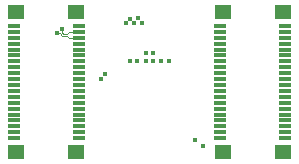
<source format=gbr>
G04 #@! TF.GenerationSoftware,KiCad,Pcbnew,5.0.2+dfsg1-1~bpo9+1*
G04 #@! TF.CreationDate,2019-10-17T14:06:53+02:00*
G04 #@! TF.ProjectId,zglue-dragon-adapter,7a676c75-652d-4647-9261-676f6e2d6164,rev?*
G04 #@! TF.SameCoordinates,Original*
G04 #@! TF.FileFunction,Copper,L8,Bot*
G04 #@! TF.FilePolarity,Positive*
%FSLAX46Y46*%
G04 Gerber Fmt 4.6, Leading zero omitted, Abs format (unit mm)*
G04 Created by KiCad (PCBNEW 5.0.2+dfsg1-1~bpo9+1) date Thu 17 Oct 2019 02:06:53 PM CEST*
%MOMM*%
%LPD*%
G01*
G04 APERTURE LIST*
G04 #@! TA.AperFunction,SMDPad,CuDef*
%ADD10R,1.320000X1.300000*%
G04 #@! TD*
G04 #@! TA.AperFunction,SMDPad,CuDef*
%ADD11R,1.100000X0.300000*%
G04 #@! TD*
G04 #@! TA.AperFunction,ViaPad*
%ADD12C,0.400000*%
G04 #@! TD*
G04 #@! TA.AperFunction,Conductor*
%ADD13C,0.100000*%
G04 #@! TD*
G04 APERTURE END LIST*
D10*
G04 #@! TO.P,J1,*
G04 #@! TO.N,*
X1197620Y-4050980D03*
X6318260Y-4050980D03*
X1197620Y-15953420D03*
X6318260Y-15958500D03*
D11*
G04 #@! TO.P,J1,21*
G04 #@! TO.N,/TDI*
X1007120Y-5252000D03*
G04 #@! TO.P,J1,22*
G04 #@! TO.N,/TDO*
X1007120Y-5752000D03*
G04 #@! TO.P,J1,23*
G04 #@! TO.N,/TMS*
X1007120Y-6252000D03*
G04 #@! TO.P,J1,24*
G04 #@! TO.N,/TCK*
X1007120Y-6752000D03*
G04 #@! TO.P,J1,25*
G04 #@! TO.N,/DBG_TX*
X1007120Y-7252000D03*
G04 #@! TO.P,J1,26*
G04 #@! TO.N,/DBG_RX*
X1007120Y-7752000D03*
G04 #@! TO.P,J1,27*
G04 #@! TO.N,GND*
X1007120Y-8252000D03*
G04 #@! TO.P,J1,28*
G04 #@! TO.N,/PWR_BTN*
X1007120Y-8752000D03*
G04 #@! TO.P,J1,29*
G04 #@! TO.N,/LED1_ISINK*
X1007120Y-9252000D03*
G04 #@! TO.P,J1,30*
G04 #@! TO.N,/LED2_ISINK*
X1007120Y-9752000D03*
G04 #@! TO.P,J1,31*
G04 #@! TO.N,/LED3_ISINK*
X1007120Y-10252000D03*
G04 #@! TO.P,J1,32*
G04 #@! TO.N,GND*
X1007120Y-10752000D03*
G04 #@! TO.P,J1,33*
G04 #@! TO.N,/I2C_0_SCL*
X1007120Y-11252000D03*
G04 #@! TO.P,J1,34*
G04 #@! TO.N,/I2C_0_SDA*
X1007120Y-11752000D03*
G04 #@! TO.P,J1,35*
G04 #@! TO.N,/I2C_1_SCL*
X1007120Y-12252000D03*
G04 #@! TO.P,J1,36*
G04 #@! TO.N,/I2C_1_SDA*
X1007120Y-12752000D03*
G04 #@! TO.P,J1,37*
G04 #@! TO.N,/1V2_SYS*
X1007120Y-13252000D03*
G04 #@! TO.P,J1,38*
G04 #@! TO.N,/1V8_SYS*
X1007120Y-13752000D03*
G04 #@! TO.P,J1,39*
G04 #@! TO.N,/2V5_SYS*
X1007120Y-14252000D03*
G04 #@! TO.P,J1,40*
G04 #@! TO.N,/3V3_SYS*
X1007120Y-14752000D03*
G04 #@! TO.P,J1,1*
G04 #@! TO.N,GND*
X6506220Y-5252000D03*
G04 #@! TO.P,J1,2*
G04 #@! TO.N,/CSI_CLK_IN_P*
X6506220Y-5752000D03*
G04 #@! TO.P,J1,3*
G04 #@! TO.N,/CSI_CLK_IN_N*
X6506220Y-6252000D03*
G04 #@! TO.P,J1,4*
G04 #@! TO.N,GND*
X6506220Y-6752000D03*
G04 #@! TO.P,J1,5*
G04 #@! TO.N,/CSI_D1_IN_P*
X6506220Y-7252000D03*
G04 #@! TO.P,J1,6*
G04 #@! TO.N,/CSI_D1_IN_N*
X6506220Y-7752000D03*
G04 #@! TO.P,J1,7*
G04 #@! TO.N,GND*
X6506220Y-8252000D03*
G04 #@! TO.P,J1,8*
G04 #@! TO.N,/CSI_D2_IN_P*
X6506220Y-8752000D03*
G04 #@! TO.P,J1,9*
G04 #@! TO.N,/CSI_D2_IN_N*
X6506220Y-9252000D03*
G04 #@! TO.P,J1,10*
G04 #@! TO.N,GND*
X6506220Y-9752000D03*
G04 #@! TO.P,J1,11*
G04 #@! TO.N,/CSI_D3_IN_P*
X6506220Y-10252000D03*
G04 #@! TO.P,J1,12*
G04 #@! TO.N,/CSI_D3_IN_N*
X6506220Y-10752000D03*
G04 #@! TO.P,J1,13*
G04 #@! TO.N,GND*
X6506220Y-11252000D03*
G04 #@! TO.P,J1,14*
G04 #@! TO.N,/CSI_D4_IN_P*
X6506220Y-11752000D03*
G04 #@! TO.P,J1,15*
G04 #@! TO.N,/CSI_D4_IN_N*
X6506220Y-12252000D03*
G04 #@! TO.P,J1,16*
G04 #@! TO.N,GND*
X6506220Y-12752000D03*
G04 #@! TO.P,J1,17*
G04 #@! TO.N,/USB_D_P*
X6506220Y-13252000D03*
G04 #@! TO.P,J1,18*
G04 #@! TO.N,/USB_D_N*
X6506220Y-13752000D03*
G04 #@! TO.P,J1,19*
G04 #@! TO.N,/VUSB*
X6506220Y-14252000D03*
G04 #@! TO.P,J1,20*
X6506220Y-14752000D03*
G04 #@! TD*
D10*
G04 #@! TO.P,J2,*
G04 #@! TO.N,*
X18697620Y-4050980D03*
X23818260Y-4050980D03*
X18697620Y-15953420D03*
X23818260Y-15958500D03*
D11*
G04 #@! TO.P,J2,21*
G04 #@! TO.N,GND*
X18507120Y-5252000D03*
G04 #@! TO.P,J2,22*
G04 #@! TO.N,/CSI_CLK_OUT_P*
X18507120Y-5752000D03*
G04 #@! TO.P,J2,23*
G04 #@! TO.N,/CSI_CLK_OUT_N*
X18507120Y-6252000D03*
G04 #@! TO.P,J2,24*
G04 #@! TO.N,GND*
X18507120Y-6752000D03*
G04 #@! TO.P,J2,25*
G04 #@! TO.N,/CSI_D1_OUT_P*
X18507120Y-7252000D03*
G04 #@! TO.P,J2,26*
G04 #@! TO.N,/CSI_D1_OUT_N*
X18507120Y-7752000D03*
G04 #@! TO.P,J2,27*
G04 #@! TO.N,GND*
X18507120Y-8252000D03*
G04 #@! TO.P,J2,28*
G04 #@! TO.N,/CSI_D2_OUT_P*
X18507120Y-8752000D03*
G04 #@! TO.P,J2,29*
G04 #@! TO.N,/CSI_D2_OUT_N*
X18507120Y-9252000D03*
G04 #@! TO.P,J2,30*
G04 #@! TO.N,GND*
X18507120Y-9752000D03*
G04 #@! TO.P,J2,31*
G04 #@! TO.N,/CSI_D3_OUT_P*
X18507120Y-10252000D03*
G04 #@! TO.P,J2,32*
G04 #@! TO.N,/CSI_D3_OUT_N*
X18507120Y-10752000D03*
G04 #@! TO.P,J2,33*
G04 #@! TO.N,GND*
X18507120Y-11252000D03*
G04 #@! TO.P,J2,34*
G04 #@! TO.N,/CSI_D4_OUT_P*
X18507120Y-11752000D03*
G04 #@! TO.P,J2,35*
G04 #@! TO.N,/CSI_D4_OUT_N*
X18507120Y-12252000D03*
G04 #@! TO.P,J2,36*
G04 #@! TO.N,GND*
X18507120Y-12752000D03*
G04 #@! TO.P,J2,37*
G04 #@! TO.N,/CTRL_OUT*
X18507120Y-13252000D03*
G04 #@! TO.P,J2,38*
G04 #@! TO.N,/PROC_OUT_0*
X18507120Y-13752000D03*
G04 #@! TO.P,J2,39*
G04 #@! TO.N,/PROC_OUT_1*
X18507120Y-14252000D03*
G04 #@! TO.P,J2,40*
G04 #@! TO.N,/PROC_OUT_2*
X18507120Y-14752000D03*
G04 #@! TO.P,J2,1*
G04 #@! TO.N,/E_PROC_RST*
X24006220Y-5252000D03*
G04 #@! TO.P,J2,2*
G04 #@! TO.N,/E_PROC_SI*
X24006220Y-5752000D03*
G04 #@! TO.P,J2,3*
G04 #@! TO.N,/E_PROC_SO*
X24006220Y-6252000D03*
G04 #@! TO.P,J2,4*
G04 #@! TO.N,/E_PROC_SCK*
X24006220Y-6752000D03*
G04 #@! TO.P,J2,5*
G04 #@! TO.N,/E_PROC_SS*
X24006220Y-7252000D03*
G04 #@! TO.P,J2,6*
G04 #@! TO.N,GND*
X24006220Y-7752000D03*
G04 #@! TO.P,J2,7*
G04 #@! TO.N,/CTRL_RST_FLASH_SOC_CS*
X24006220Y-8252000D03*
G04 #@! TO.P,J2,8*
G04 #@! TO.N,/E_CTRL_SI*
X24006220Y-8752000D03*
G04 #@! TO.P,J2,9*
G04 #@! TO.N,/E_CTRL_SO*
X24006220Y-9252000D03*
G04 #@! TO.P,J2,10*
G04 #@! TO.N,/E_CTRL_SCK*
X24006220Y-9752000D03*
G04 #@! TO.P,J2,11*
G04 #@! TO.N,/E_CTRL_SS*
X24006220Y-10252000D03*
G04 #@! TO.P,J2,12*
G04 #@! TO.N,GND*
X24006220Y-10752000D03*
G04 #@! TO.P,J2,13*
G04 #@! TO.N,/DONE*
X24006220Y-11252000D03*
G04 #@! TO.P,J2,14*
G04 #@! TO.N,Net-(J2-Pad14)*
X24006220Y-11752000D03*
G04 #@! TO.P,J2,15*
G04 #@! TO.N,Net-(J2-Pad15)*
X24006220Y-12252000D03*
G04 #@! TO.P,J2,16*
G04 #@! TO.N,Net-(J2-Pad16)*
X24006220Y-12752000D03*
G04 #@! TO.P,J2,17*
G04 #@! TO.N,Net-(J2-Pad17)*
X24006220Y-13252000D03*
G04 #@! TO.P,J2,18*
G04 #@! TO.N,Net-(J2-Pad18)*
X24006220Y-13752000D03*
G04 #@! TO.P,J2,19*
G04 #@! TO.N,Net-(J2-Pad19)*
X24006220Y-14252000D03*
G04 #@! TO.P,J2,20*
G04 #@! TO.N,GND*
X24006220Y-14752000D03*
G04 #@! TD*
D12*
G04 #@! TO.N,GND*
X16400000Y-14880000D03*
X17000000Y-15380000D03*
G04 #@! TO.N,/CSI_CLK_IN_P*
X8375545Y-9734455D03*
X5064455Y-5495545D03*
G04 #@! TO.N,/CSI_CLK_IN_N*
X8764455Y-9345545D03*
X4675545Y-5884455D03*
G04 #@! TO.N,Net-(U1-PadD8)*
X14125000Y-8205000D03*
G04 #@! TO.N,/ULPM_WAKE*
X10875000Y-8220000D03*
G04 #@! TO.N,/CSI_INT*
X13475000Y-8200000D03*
G04 #@! TO.N,/CTRL_OUT*
X11850000Y-4980000D03*
G04 #@! TO.N,/PROC_SCK*
X12175000Y-7525000D03*
G04 #@! TO.N,/MIPI_SEL*
X12850000Y-8225000D03*
G04 #@! TO.N,/PROC_SI*
X12825000Y-7525000D03*
G04 #@! TO.N,/PROC_OUT_0*
X10500000Y-4980000D03*
G04 #@! TO.N,/USB_DET*
X11550000Y-4580000D03*
G04 #@! TO.N,/PIO1*
X11475000Y-8215000D03*
G04 #@! TO.N,/CTRL_RST*
X12175000Y-8210000D03*
G04 #@! TO.N,/PIO2*
X10900000Y-4630000D03*
G04 #@! TO.N,/PROC_RST*
X11200000Y-5030000D03*
G04 #@! TD*
D13*
G04 #@! TO.N,/CSI_CLK_IN_P*
X5064455Y-5757175D02*
X5064455Y-5495545D01*
X5219280Y-5912000D02*
X5064455Y-5757175D01*
X5681219Y-5752000D02*
X5521219Y-5912000D01*
X6506220Y-5752000D02*
X5681219Y-5752000D01*
X5521219Y-5912000D02*
X5219280Y-5912000D01*
G04 #@! TO.N,/CSI_CLK_IN_N*
X5681219Y-6252000D02*
X5521219Y-6092000D01*
X5144720Y-6092000D02*
X4937175Y-5884455D01*
X6506220Y-6252000D02*
X5681219Y-6252000D01*
X5521219Y-6092000D02*
X5144720Y-6092000D01*
X4937175Y-5884455D02*
X4675545Y-5884455D01*
G04 #@! TD*
M02*

</source>
